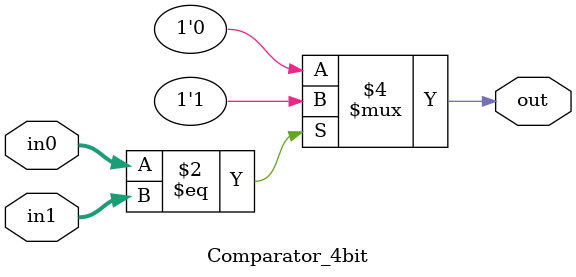
<source format=sv>
`timescale 1ns / 1ps


module Comparator_4bit(output logic out,
                        input [3:0] in0, in1
                    );
always_comb begin
    if(in0 == in1)
        out = 1'b1;
    else
        out = 1'b0;
end                    

endmodule

</source>
